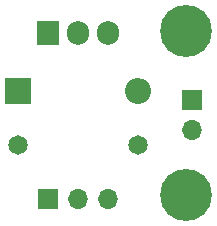
<source format=gts>
G04 #@! TF.GenerationSoftware,KiCad,Pcbnew,(6.0.1-0)*
G04 #@! TF.CreationDate,2022-06-21T09:38:52-07:00*
G04 #@! TF.ProjectId,TapTap,54617054-6170-42e6-9b69-6361645f7063,rev?*
G04 #@! TF.SameCoordinates,Original*
G04 #@! TF.FileFunction,Soldermask,Top*
G04 #@! TF.FilePolarity,Negative*
%FSLAX46Y46*%
G04 Gerber Fmt 4.6, Leading zero omitted, Abs format (unit mm)*
G04 Created by KiCad (PCBNEW (6.0.1-0)) date 2022-06-21 09:38:52*
%MOMM*%
%LPD*%
G01*
G04 APERTURE LIST*
%ADD10R,1.700000X1.700000*%
%ADD11O,1.700000X1.700000*%
%ADD12C,4.400000*%
%ADD13R,2.200000X2.200000*%
%ADD14O,2.200000X2.200000*%
%ADD15R,1.905000X2.000000*%
%ADD16O,1.905000X2.000000*%
%ADD17C,1.651000*%
G04 APERTURE END LIST*
D10*
X113284000Y-63749000D03*
D11*
X113284000Y-66289000D03*
D12*
X112776000Y-71755000D03*
D13*
X98552000Y-62992000D03*
D14*
X108712000Y-62992000D03*
D10*
X101092000Y-72136000D03*
D11*
X103632000Y-72136000D03*
X106172000Y-72136000D03*
D12*
X112776000Y-57912000D03*
D15*
X101092000Y-58095000D03*
D16*
X103632000Y-58095000D03*
X106172000Y-58095000D03*
D17*
X98552000Y-67564000D03*
X108712000Y-67564000D03*
M02*

</source>
